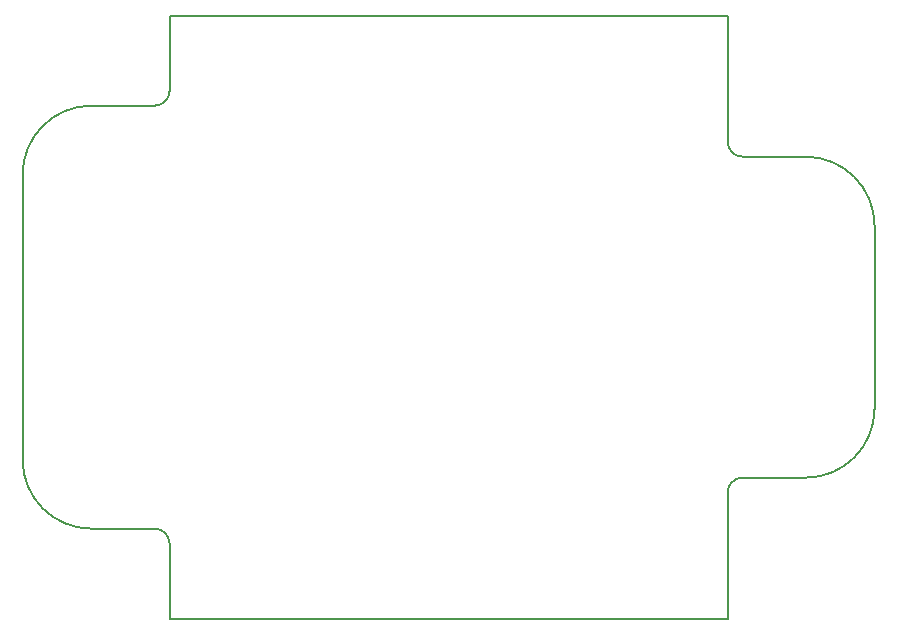
<source format=gbr>
G04 #@! TF.GenerationSoftware,KiCad,Pcbnew,(5.0.2)-1*
G04 #@! TF.CreationDate,2019-03-07T00:09:40-05:00*
G04 #@! TF.ProjectId,vicor-socket,7669636f-722d-4736-9f63-6b65742e6b69,rev?*
G04 #@! TF.SameCoordinates,Original*
G04 #@! TF.FileFunction,Profile,NP*
%FSLAX46Y46*%
G04 Gerber Fmt 4.6, Leading zero omitted, Abs format (unit mm)*
G04 Created by KiCad (PCBNEW (5.0.2)-1) date 3/7/2019 12:09:40 AM*
%MOMM*%
%LPD*%
G01*
G04 APERTURE LIST*
%ADD10C,0.200000*%
G04 APERTURE END LIST*
D10*
X55372000Y1397000D02*
G75*
G02X54102000Y2667000I0J1270000D01*
G01*
X54102000Y-27051000D02*
G75*
G02X55372000Y-25781000I1270000J0D01*
G01*
X5588000Y-30099000D02*
G75*
G02X6858000Y-31369000I0J-1270000D01*
G01*
X6858000Y6985000D02*
G75*
G02X5588000Y5715000I-1270000J0D01*
G01*
X5588000Y-30099000D02*
X254000Y-30099000D01*
X6858000Y-31369000D02*
X6858000Y-37719000D01*
X5588000Y5715000D02*
X254000Y5715000D01*
X-5588000Y-24257000D02*
X-5588000Y-127000D01*
X-5588000Y-127000D02*
G75*
G02X254000Y5715000I5842000J0D01*
G01*
X254000Y-30099000D02*
G75*
G02X-5588000Y-24257000I0J5842000D01*
G01*
X6858000Y13335000D02*
X6858000Y6985000D01*
X66548000Y-19939000D02*
G75*
G02X60706000Y-25781000I-5842000J0D01*
G01*
X60706000Y1397000D02*
G75*
G02X66548000Y-4445000I0J-5842000D01*
G01*
X66548000Y-4445000D02*
X66548000Y-19939000D01*
X55372000Y-25781000D02*
X60706000Y-25781000D01*
X54102000Y-27051000D02*
X54102000Y-37719000D01*
X6858000Y-37719000D02*
X54102000Y-37719000D01*
X55372000Y1397000D02*
X60706000Y1397000D01*
X54102000Y13335000D02*
X54102000Y2667000D01*
X6858000Y13335000D02*
X54102000Y13335000D01*
M02*

</source>
